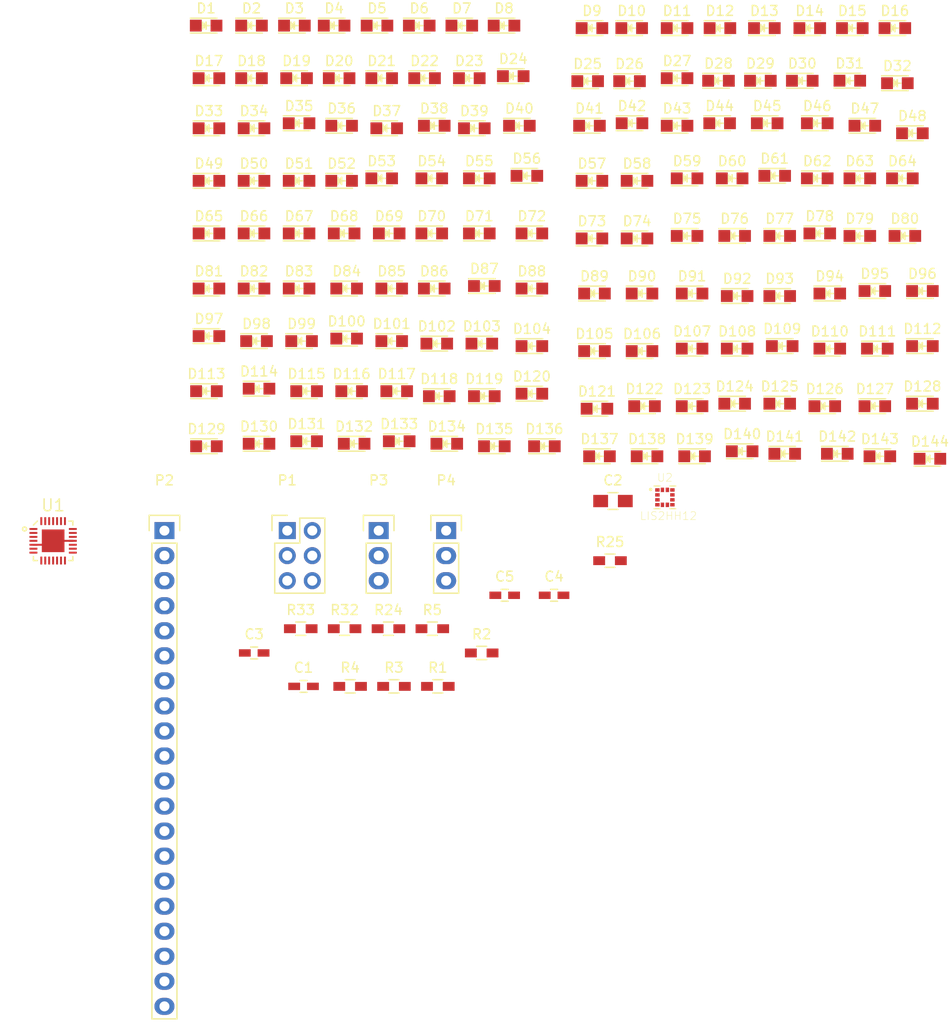
<source format=kicad_pcb>
(kicad_pcb (version 4) (host pcbnew 4.0.5+dfsg1-4)
  (layers (0 F.Cu signal) (31 B.Cu signal) (34 B.Paste user) (35 F.Paste user) (36 B.SilkS user) (37 F.SilkS user) (38 B.Mask user) (39 F.Mask user) (44 Edge.Cuts user))
  (net 0 "")
  (net 1 GND)
  (net 2 "Net-(C1-Pad2)")
  (net 3 +3V3)
  (net 4 "Net-(C5-Pad1)")
  (net 5 /AUD)
  (net 6 /CA2)
  (net 7 /CA1)
  (net 8 /CA3)
  (net 9 /CA4)
  (net 10 /CA5)
  (net 11 /CA6)
  (net 12 /CA7)
  (net 13 /CA8)
  (net 14 /CA9)
  (net 15 /CB2)
  (net 16 /CB1)
  (net 17 /CB3)
  (net 18 /CB4)
  (net 19 /CB5)
  (net 20 /CB6)
  (net 21 /CB7)
  (net 22 /CB8)
  (net 23 /CB9)
  (net 24 /SDA_SAO)
  (net 25 /SCL_SAO)
  (net 26 /GPIO1)
  (net 27 /GPIO2)
  (net 28 /SDA_MTX)
  (net 29 /SCL_MTX)
  (net 30 /INTB)
  (net 31 /SDB)
  (net 32 /SDA_ACC)
  (net 33 /SCL_ACC)
  (net 34 /SA0/SDo)
  (net 35 /CS)
  (net 36 /INT1)
  (net 37 /INT2)
  (net 38 "Net-(R4-Pad2)")
  (net 39 "Net-(R5-Pad2)")
  (net 40 /SAO/SDO)
  (net 41 "Net-(U1-Pad7)")
  (net 42 "Net-(U1-Pad8)")
  (net 43 "Net-(U1-Pad9)")
  (net 44 "Net-(U1-Pad10)")
  (net 45 "Net-(U1-Pad11)")
  (net 46 "Net-(U1-Pad12)")
  (net 47 "Net-(U1-Pad13)")
  (net 48 "Net-(U1-Pad14)")
  (net 49 "Net-(U1-Pad15)")
  (module Capacitors_SMD:C_0603_HandSoldering (layer F.Cu) (at 198.319524 130.275)
    (fp_text reference C1 (at 0 -1.9) (layer F.SilkS))
    (fp_text value 100nF)
    (pad 1 smd rect (at -0.95 0) (size 1.2 0.75) (layers F.Cu F.Paste F.Mask) (net 1 GND))
    (pad 2 smd rect (at 0.95 0) (size 1.2 0.75) (layers F.Cu F.Paste F.Mask) (net 2 "Net-(C1-Pad2)"))
  )
  (module Capacitors_SMD:C_0805_HandSoldering (layer F.Cu) (at 229.715001 111.475)
    (fp_text reference C2 (at 0 -2.1) (layer F.SilkS))
    (fp_text value 1uF)
    (pad 1 smd rect (at -1.25 0) (size 1.5 1.25) (layers F.Cu F.Paste F.Mask) (net 1 GND))
    (pad 2 smd rect (at 1.25 0) (size 1.5 1.25) (layers F.Cu F.Paste F.Mask) (net 3 +3V3))
  )
  (module Capacitors_SMD:C_0603_HandSoldering (layer F.Cu) (at 193.309524 126.885)
    (fp_text reference C3 (at 0 -1.9) (layer F.SilkS))
    (fp_text value 100nF)
    (pad 1 smd rect (at -0.95 0) (size 1.2 0.75) (layers F.Cu F.Paste F.Mask) (net 1 GND))
    (pad 2 smd rect (at 0.95 0) (size 1.2 0.75) (layers F.Cu F.Paste F.Mask) (net 3 +3V3))
  )
  (module Capacitors_SMD:C_0603_HandSoldering (layer F.Cu) (at 223.739524 121.035)
    (fp_text reference C4 (at 0 -1.9) (layer F.SilkS))
    (fp_text value 100nF)
    (pad 1 smd rect (at -0.95 0) (size 1.2 0.75) (layers F.Cu F.Paste F.Mask) (net 3 +3V3))
    (pad 2 smd rect (at 0.95 0) (size 1.2 0.75) (layers F.Cu F.Paste F.Mask) (net 1 GND))
  )
  (module Capacitors_SMD:C_0603_HandSoldering (layer F.Cu) (at 218.729524 121.035)
    (fp_text reference C5 (at 0 -1.9) (layer F.SilkS))
    (fp_text value 220nF)
    (pad 1 smd rect (at -0.95 0) (size 1.2 0.75) (layers F.Cu F.Paste F.Mask) (net 4 "Net-(C5-Pad1)"))
    (pad 2 smd rect (at 0.95 0) (size 1.2 0.75) (layers F.Cu F.Paste F.Mask) (net 5 /AUD))
  )
  (module LEDs:LED_0805 (layer F.Cu) (at 188.43498 63.246)
    (fp_text reference D1 (at 0 -1.75) (layer F.SilkS))
    (fp_text value LED)
    (pad 2 smd rect (at 1.04902 0 180) (size 1.19888 1.19888) (layers F.Cu F.Paste F.Mask) (net 6 /CA2))
    (pad 1 smd rect (at -1.04902 0 180) (size 1.19888 1.19888) (layers F.Cu F.Paste F.Mask) (net 7 /CA1))
  )
  (module LEDs:LED_0805 (layer F.Cu) (at 193.04 63.246)
    (fp_text reference D2 (at 0 -1.75) (layer F.SilkS))
    (fp_text value LED)
    (pad 2 smd rect (at 1.04902 0 180) (size 1.19888 1.19888) (layers F.Cu F.Paste F.Mask) (net 8 /CA3))
    (pad 1 smd rect (at -1.04902 0 180) (size 1.19888 1.19888) (layers F.Cu F.Paste F.Mask) (net 7 /CA1))
  )
  (module LEDs:LED_0805 (layer F.Cu) (at 197.39102 63.246)
    (fp_text reference D3 (at 0 -1.75) (layer F.SilkS))
    (fp_text value LED)
    (pad 2 smd rect (at 1.04902 0 180) (size 1.19888 1.19888) (layers F.Cu F.Paste F.Mask) (net 9 /CA4))
    (pad 1 smd rect (at -1.04902 0 180) (size 1.19888 1.19888) (layers F.Cu F.Paste F.Mask) (net 7 /CA1))
  )
  (module LEDs:LED_0805 (layer F.Cu) (at 201.422 63.246)
    (fp_text reference D4 (at 0 -1.75) (layer F.SilkS))
    (fp_text value LED)
    (pad 2 smd rect (at 1.04902 0 180) (size 1.19888 1.19888) (layers F.Cu F.Paste F.Mask) (net 10 /CA5))
    (pad 1 smd rect (at -1.04902 0 180) (size 1.19888 1.19888) (layers F.Cu F.Paste F.Mask) (net 7 /CA1))
  )
  (module LEDs:LED_0805 (layer F.Cu) (at 205.77302 63.246)
    (fp_text reference D5 (at 0 -1.75) (layer F.SilkS))
    (fp_text value LED)
    (pad 2 smd rect (at 1.04902 0 180) (size 1.19888 1.19888) (layers F.Cu F.Paste F.Mask) (net 11 /CA6))
    (pad 1 smd rect (at -1.04902 0 180) (size 1.19888 1.19888) (layers F.Cu F.Paste F.Mask) (net 7 /CA1))
  )
  (module LEDs:LED_0805 (layer F.Cu) (at 210.058 63.246)
    (fp_text reference D6 (at 0 -1.75) (layer F.SilkS))
    (fp_text value LED)
    (pad 2 smd rect (at 1.04902 0 180) (size 1.19888 1.19888) (layers F.Cu F.Paste F.Mask) (net 12 /CA7))
    (pad 1 smd rect (at -1.04902 0 180) (size 1.19888 1.19888) (layers F.Cu F.Paste F.Mask) (net 7 /CA1))
  )
  (module LEDs:LED_0805 (layer F.Cu) (at 214.376 63.246)
    (fp_text reference D7 (at 0 -1.75) (layer F.SilkS))
    (fp_text value LED)
    (pad 2 smd rect (at 1.04902 0 180) (size 1.19888 1.19888) (layers F.Cu F.Paste F.Mask) (net 13 /CA8))
    (pad 1 smd rect (at -1.04902 0 180) (size 1.19888 1.19888) (layers F.Cu F.Paste F.Mask) (net 7 /CA1))
  )
  (module LEDs:LED_0805 (layer F.Cu) (at 218.66098 63.246)
    (fp_text reference D8 (at 0 -1.75) (layer F.SilkS))
    (fp_text value LED)
    (pad 2 smd rect (at 1.04902 0 180) (size 1.19888 1.19888) (layers F.Cu F.Paste F.Mask) (net 14 /CA9))
    (pad 1 smd rect (at -1.04902 0 180) (size 1.19888 1.19888) (layers F.Cu F.Paste F.Mask) (net 7 /CA1))
  )
  (module LEDs:LED_0805 (layer F.Cu) (at 227.584 63.5)
    (fp_text reference D9 (at 0 -1.75) (layer F.SilkS))
    (fp_text value LED)
    (pad 2 smd rect (at 1.04902 0 180) (size 1.19888 1.19888) (layers F.Cu F.Paste F.Mask) (net 15 /CB2))
    (pad 1 smd rect (at -1.04902 0 180) (size 1.19888 1.19888) (layers F.Cu F.Paste F.Mask) (net 16 /CB1))
  )
  (module LEDs:LED_0805 (layer F.Cu) (at 231.61498 63.5)
    (fp_text reference D10 (at 0 -1.75) (layer F.SilkS))
    (fp_text value LED)
    (pad 2 smd rect (at 1.04902 0 180) (size 1.19888 1.19888) (layers F.Cu F.Paste F.Mask) (net 17 /CB3))
    (pad 1 smd rect (at -1.04902 0 180) (size 1.19888 1.19888) (layers F.Cu F.Paste F.Mask) (net 16 /CB1))
  )
  (module LEDs:LED_0805 (layer F.Cu) (at 236.22 63.5)
    (fp_text reference D11 (at 0 -1.75) (layer F.SilkS))
    (fp_text value LED)
    (pad 2 smd rect (at 1.04902 0 180) (size 1.19888 1.19888) (layers F.Cu F.Paste F.Mask) (net 18 /CB4))
    (pad 1 smd rect (at -1.04902 0 180) (size 1.19888 1.19888) (layers F.Cu F.Paste F.Mask) (net 16 /CB1))
  )
  (module LEDs:LED_0805 (layer F.Cu) (at 240.57102 63.5)
    (fp_text reference D12 (at 0 -1.75) (layer F.SilkS))
    (fp_text value LED)
    (pad 2 smd rect (at 1.04902 0 180) (size 1.19888 1.19888) (layers F.Cu F.Paste F.Mask) (net 19 /CB5))
    (pad 1 smd rect (at -1.04902 0 180) (size 1.19888 1.19888) (layers F.Cu F.Paste F.Mask) (net 16 /CB1))
  )
  (module LEDs:LED_0805 (layer F.Cu) (at 245.07698 63.5)
    (fp_text reference D13 (at 0 -1.75) (layer F.SilkS))
    (fp_text value LED)
    (pad 2 smd rect (at 1.04902 0 180) (size 1.19888 1.19888) (layers F.Cu F.Paste F.Mask) (net 20 /CB6))
    (pad 1 smd rect (at -1.04902 0 180) (size 1.19888 1.19888) (layers F.Cu F.Paste F.Mask) (net 16 /CB1))
  )
  (module LEDs:LED_0805 (layer F.Cu) (at 249.682 63.5)
    (fp_text reference D14 (at 0 -1.75) (layer F.SilkS))
    (fp_text value LED)
    (pad 2 smd rect (at 1.04902 0 180) (size 1.19888 1.19888) (layers F.Cu F.Paste F.Mask) (net 21 /CB7))
    (pad 1 smd rect (at -1.04902 0 180) (size 1.19888 1.19888) (layers F.Cu F.Paste F.Mask) (net 16 /CB1))
  )
  (module LEDs:LED_0805 (layer F.Cu) (at 254 63.5)
    (fp_text reference D15 (at 0 -1.75) (layer F.SilkS))
    (fp_text value LED)
    (pad 2 smd rect (at 1.04902 0 180) (size 1.19888 1.19888) (layers F.Cu F.Paste F.Mask) (net 22 /CB8))
    (pad 1 smd rect (at -1.04902 0 180) (size 1.19888 1.19888) (layers F.Cu F.Paste F.Mask) (net 16 /CB1))
  )
  (module LEDs:LED_0805 (layer F.Cu) (at 258.318 63.5)
    (fp_text reference D16 (at 0 -1.75) (layer F.SilkS))
    (fp_text value LED)
    (pad 2 smd rect (at 1.04902 0 180) (size 1.19888 1.19888) (layers F.Cu F.Paste F.Mask) (net 23 /CB9))
    (pad 1 smd rect (at -1.04902 0 180) (size 1.19888 1.19888) (layers F.Cu F.Paste F.Mask) (net 16 /CB1))
  )
  (module LEDs:LED_0805 (layer F.Cu) (at 188.722 68.58)
    (fp_text reference D17 (at 0 -1.75) (layer F.SilkS))
    (fp_text value LED)
    (pad 2 smd rect (at 1.04902 0 180) (size 1.19888 1.19888) (layers F.Cu F.Paste F.Mask) (net 7 /CA1))
    (pad 1 smd rect (at -1.04902 0 180) (size 1.19888 1.19888) (layers F.Cu F.Paste F.Mask) (net 6 /CA2))
  )
  (module LEDs:LED_0805 (layer F.Cu) (at 193.04 68.58)
    (fp_text reference D18 (at 0 -1.75) (layer F.SilkS))
    (fp_text value LED)
    (pad 2 smd rect (at 1.04902 0 180) (size 1.19888 1.19888) (layers F.Cu F.Paste F.Mask) (net 8 /CA3))
    (pad 1 smd rect (at -1.04902 0 180) (size 1.19888 1.19888) (layers F.Cu F.Paste F.Mask) (net 6 /CA2))
  )
  (module LEDs:LED_0805 (layer F.Cu) (at 197.612 68.58)
    (fp_text reference D19 (at 0 -1.75) (layer F.SilkS))
    (fp_text value LED)
    (pad 2 smd rect (at 1.04902 0 180) (size 1.19888 1.19888) (layers F.Cu F.Paste F.Mask) (net 9 /CA4))
    (pad 1 smd rect (at -1.04902 0 180) (size 1.19888 1.19888) (layers F.Cu F.Paste F.Mask) (net 6 /CA2))
  )
  (module LEDs:LED_0805 (layer F.Cu) (at 201.93 68.58)
    (fp_text reference D20 (at 0 -1.75) (layer F.SilkS))
    (fp_text value LED)
    (pad 2 smd rect (at 1.04902 0 180) (size 1.19888 1.19888) (layers F.Cu F.Paste F.Mask) (net 10 /CA5))
    (pad 1 smd rect (at -1.04902 0 180) (size 1.19888 1.19888) (layers F.Cu F.Paste F.Mask) (net 6 /CA2))
  )
  (module LEDs:LED_0805 (layer F.Cu) (at 206.248 68.58)
    (fp_text reference D21 (at 0 -1.75) (layer F.SilkS))
    (fp_text value LED)
    (pad 2 smd rect (at 1.04902 0 180) (size 1.19888 1.19888) (layers F.Cu F.Paste F.Mask) (net 11 /CA6))
    (pad 1 smd rect (at -1.04902 0 180) (size 1.19888 1.19888) (layers F.Cu F.Paste F.Mask) (net 6 /CA2))
  )
  (module LEDs:LED_0805 (layer F.Cu) (at 210.59902 68.58)
    (fp_text reference D22 (at 0 -1.75) (layer F.SilkS))
    (fp_text value LED)
    (pad 2 smd rect (at 1.04902 0 180) (size 1.19888 1.19888) (layers F.Cu F.Paste F.Mask) (net 12 /CA7))
    (pad 1 smd rect (at -1.04902 0 180) (size 1.19888 1.19888) (layers F.Cu F.Paste F.Mask) (net 6 /CA2))
  )
  (module LEDs:LED_0805 (layer F.Cu) (at 215.138 68.58)
    (fp_text reference D23 (at 0 -1.75) (layer F.SilkS))
    (fp_text value LED)
    (pad 2 smd rect (at 1.04902 0 180) (size 1.19888 1.19888) (layers F.Cu F.Paste F.Mask) (net 13 /CA8))
    (pad 1 smd rect (at -1.04902 0 180) (size 1.19888 1.19888) (layers F.Cu F.Paste F.Mask) (net 6 /CA2))
  )
  (module LEDs:LED_0805 (layer F.Cu) (at 219.595001 68.373)
    (fp_text reference D24 (at 0 -1.75) (layer F.SilkS))
    (fp_text value LED)
    (pad 2 smd rect (at 1.04902 0 180) (size 1.19888 1.19888) (layers F.Cu F.Paste F.Mask) (net 14 /CA9))
    (pad 1 smd rect (at -1.04902 0 180) (size 1.19888 1.19888) (layers F.Cu F.Paste F.Mask) (net 6 /CA2))
  )
  (module LEDs:LED_0805 (layer F.Cu) (at 227.147001 68.881)
    (fp_text reference D25 (at 0 -1.75) (layer F.SilkS))
    (fp_text value LED)
    (pad 2 smd rect (at 1.04902 0 180) (size 1.19888 1.19888) (layers F.Cu F.Paste F.Mask) (net 16 /CB1))
    (pad 1 smd rect (at -1.04902 0 180) (size 1.19888 1.19888) (layers F.Cu F.Paste F.Mask) (net 15 /CB2))
  )
  (module LEDs:LED_0805 (layer F.Cu) (at 231.397001 68.881)
    (fp_text reference D26 (at 0 -1.75) (layer F.SilkS))
    (fp_text value LED)
    (pad 2 smd rect (at 1.04902 0 180) (size 1.19888 1.19888) (layers F.Cu F.Paste F.Mask) (net 17 /CB3))
    (pad 1 smd rect (at -1.04902 0 180) (size 1.19888 1.19888) (layers F.Cu F.Paste F.Mask) (net 15 /CB2))
  )
  (module LEDs:LED_0805 (layer F.Cu) (at 236.22 68.58)
    (fp_text reference D27 (at 0 -1.75) (layer F.SilkS))
    (fp_text value LED)
    (pad 2 smd rect (at 1.04902 0 180) (size 1.19888 1.19888) (layers F.Cu F.Paste F.Mask) (net 18 /CB4))
    (pad 1 smd rect (at -1.04902 0 180) (size 1.19888 1.19888) (layers F.Cu F.Paste F.Mask) (net 15 /CB2))
  )
  (module LEDs:LED_0805 (layer F.Cu) (at 240.423001 68.843)
    (fp_text reference D28 (at 0 -1.75) (layer F.SilkS))
    (fp_text value LED)
    (pad 2 smd rect (at 1.04902 0 180) (size 1.19888 1.19888) (layers F.Cu F.Paste F.Mask) (net 19 /CB5))
    (pad 1 smd rect (at -1.04902 0 180) (size 1.19888 1.19888) (layers F.Cu F.Paste F.Mask) (net 15 /CB2))
  )
  (module LEDs:LED_0805 (layer F.Cu) (at 244.673001 68.843)
    (fp_text reference D29 (at 0 -1.75) (layer F.SilkS))
    (fp_text value LED)
    (pad 2 smd rect (at 1.04902 0 180) (size 1.19888 1.19888) (layers F.Cu F.Paste F.Mask) (net 20 /CB6))
    (pad 1 smd rect (at -1.04902 0 180) (size 1.19888 1.19888) (layers F.Cu F.Paste F.Mask) (net 15 /CB2))
  )
  (module LEDs:LED_0805 (layer F.Cu) (at 248.923001 68.843)
    (fp_text reference D30 (at 0 -1.75) (layer F.SilkS))
    (fp_text value LED)
    (pad 2 smd rect (at 1.04902 0 180) (size 1.19888 1.19888) (layers F.Cu F.Paste F.Mask) (net 21 /CB7))
    (pad 1 smd rect (at -1.04902 0 180) (size 1.19888 1.19888) (layers F.Cu F.Paste F.Mask) (net 15 /CB2))
  )
  (module LEDs:LED_0805 (layer F.Cu) (at 253.746 68.834)
    (fp_text reference D31 (at 0 -1.75) (layer F.SilkS))
    (fp_text value LED)
    (pad 2 smd rect (at 1.04902 0 180) (size 1.19888 1.19888) (layers F.Cu F.Paste F.Mask) (net 22 /CB8))
    (pad 1 smd rect (at -1.04902 0 180) (size 1.19888 1.19888) (layers F.Cu F.Paste F.Mask) (net 15 /CB2))
  )
  (module LEDs:LED_0805 (layer F.Cu) (at 258.572 69.088)
    (fp_text reference D32 (at 0 -1.75) (layer F.SilkS))
    (fp_text value LED)
    (pad 2 smd rect (at 1.04902 0 180) (size 1.19888 1.19888) (layers F.Cu F.Paste F.Mask) (net 23 /CB9))
    (pad 1 smd rect (at -1.04902 0 180) (size 1.19888 1.19888) (layers F.Cu F.Paste F.Mask) (net 15 /CB2))
  )
  (module LEDs:LED_0805 (layer F.Cu) (at 188.722 73.66)
    (fp_text reference D33 (at 0 -1.75) (layer F.SilkS))
    (fp_text value LED)
    (pad 2 smd rect (at 1.04902 0 180) (size 1.19888 1.19888) (layers F.Cu F.Paste F.Mask) (net 7 /CA1))
    (pad 1 smd rect (at -1.04902 0 180) (size 1.19888 1.19888) (layers F.Cu F.Paste F.Mask) (net 8 /CA3))
  )
  (module LEDs:LED_0805 (layer F.Cu) (at 193.294 73.66)
    (fp_text reference D34 (at 0 -1.75) (layer F.SilkS))
    (fp_text value LED)
    (pad 2 smd rect (at 1.04902 0 180) (size 1.19888 1.19888) (layers F.Cu F.Paste F.Mask) (net 6 /CA2))
    (pad 1 smd rect (at -1.04902 0 180) (size 1.19888 1.19888) (layers F.Cu F.Paste F.Mask) (net 8 /CA3))
  )
  (module LEDs:LED_0805 (layer F.Cu) (at 197.866 73.152)
    (fp_text reference D35 (at 0 -1.75) (layer F.SilkS))
    (fp_text value LED)
    (pad 2 smd rect (at 1.04902 0 180) (size 1.19888 1.19888) (layers F.Cu F.Paste F.Mask) (net 9 /CA4))
    (pad 1 smd rect (at -1.04902 0 180) (size 1.19888 1.19888) (layers F.Cu F.Paste F.Mask) (net 8 /CA3))
  )
  (module LEDs:LED_0805 (layer F.Cu) (at 202.184 73.406)
    (fp_text reference D36 (at 0 -1.75) (layer F.SilkS))
    (fp_text value LED)
    (pad 2 smd rect (at 1.04902 0 180) (size 1.19888 1.19888) (layers F.Cu F.Paste F.Mask) (net 10 /CA5))
    (pad 1 smd rect (at -1.04902 0 180) (size 1.19888 1.19888) (layers F.Cu F.Paste F.Mask) (net 8 /CA3))
  )
  (module LEDs:LED_0805 (layer F.Cu) (at 206.756 73.66)
    (fp_text reference D37 (at 0 -1.75) (layer F.SilkS))
    (fp_text value LED)
    (pad 2 smd rect (at 1.04902 0 180) (size 1.19888 1.19888) (layers F.Cu F.Paste F.Mask) (net 11 /CA6))
    (pad 1 smd rect (at -1.04902 0 180) (size 1.19888 1.19888) (layers F.Cu F.Paste F.Mask) (net 8 /CA3))
  )
  (module LEDs:LED_0805 (layer F.Cu) (at 211.582 73.406)
    (fp_text reference D38 (at 0 -1.75) (layer F.SilkS))
    (fp_text value LED)
    (pad 2 smd rect (at 1.04902 0 180) (size 1.19888 1.19888) (layers F.Cu F.Paste F.Mask) (net 12 /CA7))
    (pad 1 smd rect (at -1.04902 0 180) (size 1.19888 1.19888) (layers F.Cu F.Paste F.Mask) (net 8 /CA3))
  )
  (module LEDs:LED_0805 (layer F.Cu) (at 215.646 73.66)
    (fp_text reference D39 (at 0 -1.75) (layer F.SilkS))
    (fp_text value LED)
    (pad 2 smd rect (at 1.04902 0 180) (size 1.19888 1.19888) (layers F.Cu F.Paste F.Mask) (net 13 /CA8))
    (pad 1 smd rect (at -1.04902 0 180) (size 1.19888 1.19888) (layers F.Cu F.Paste F.Mask) (net 8 /CA3))
  )
  (module LEDs:LED_0805 (layer F.Cu) (at 220.218 73.406)
    (fp_text reference D40 (at 0 -1.75) (layer F.SilkS))
    (fp_text value LED)
    (pad 2 smd rect (at 1.04902 0 180) (size 1.19888 1.19888) (layers F.Cu F.Paste F.Mask) (net 14 /CA9))
    (pad 1 smd rect (at -1.04902 0 180) (size 1.19888 1.19888) (layers F.Cu F.Paste F.Mask) (net 8 /CA3))
  )
  (module LEDs:LED_0805 (layer F.Cu) (at 227.33 73.406)
    (fp_text reference D41 (at 0 -1.75) (layer F.SilkS))
    (fp_text value LED)
    (pad 2 smd rect (at 1.04902 0 180) (size 1.19888 1.19888) (layers F.Cu F.Paste F.Mask) (net 16 /CB1))
    (pad 1 smd rect (at -1.04902 0 180) (size 1.19888 1.19888) (layers F.Cu F.Paste F.Mask) (net 17 /CB3))
  )
  (module LEDs:LED_0805 (layer F.Cu) (at 231.648 73.152)
    (fp_text reference D42 (at 0 -1.75) (layer F.SilkS))
    (fp_text value LED)
    (pad 2 smd rect (at 1.04902 0 180) (size 1.19888 1.19888) (layers F.Cu F.Paste F.Mask) (net 15 /CB2))
    (pad 1 smd rect (at -1.04902 0 180) (size 1.19888 1.19888) (layers F.Cu F.Paste F.Mask) (net 17 /CB3))
  )
  (module LEDs:LED_0805 (layer F.Cu) (at 236.22 73.406)
    (fp_text reference D43 (at 0 -1.75) (layer F.SilkS))
    (fp_text value LED)
    (pad 2 smd rect (at 1.04902 0 180) (size 1.19888 1.19888) (layers F.Cu F.Paste F.Mask) (net 18 /CB4))
    (pad 1 smd rect (at -1.04902 0 180) (size 1.19888 1.19888) (layers F.Cu F.Paste F.Mask) (net 17 /CB3))
  )
  (module LEDs:LED_0805 (layer F.Cu) (at 240.538 73.152)
    (fp_text reference D44 (at 0 -1.75) (layer F.SilkS))
    (fp_text value LED)
    (pad 2 smd rect (at 1.04902 0 180) (size 1.19888 1.19888) (layers F.Cu F.Paste F.Mask) (net 19 /CB5))
    (pad 1 smd rect (at -1.04902 0 180) (size 1.19888 1.19888) (layers F.Cu F.Paste F.Mask) (net 17 /CB3))
  )
  (module LEDs:LED_0805 (layer F.Cu) (at 245.364 73.152)
    (fp_text reference D45 (at 0 -1.75) (layer F.SilkS))
    (fp_text value LED)
    (pad 2 smd rect (at 1.04902 0 180) (size 1.19888 1.19888) (layers F.Cu F.Paste F.Mask) (net 20 /CB6))
    (pad 1 smd rect (at -1.04902 0 180) (size 1.19888 1.19888) (layers F.Cu F.Paste F.Mask) (net 17 /CB3))
  )
  (module LEDs:LED_0805 (layer F.Cu) (at 250.444 73.152)
    (fp_text reference D46 (at 0 -1.75) (layer F.SilkS))
    (fp_text value LED)
    (pad 2 smd rect (at 1.04902 0 180) (size 1.19888 1.19888) (layers F.Cu F.Paste F.Mask) (net 21 /CB7))
    (pad 1 smd rect (at -1.04902 0 180) (size 1.19888 1.19888) (layers F.Cu F.Paste F.Mask) (net 17 /CB3))
  )
  (module LEDs:LED_0805 (layer F.Cu) (at 255.27 73.406)
    (fp_text reference D47 (at 0 -1.75) (layer F.SilkS))
    (fp_text value LED)
    (pad 2 smd rect (at 1.04902 0 180) (size 1.19888 1.19888) (layers F.Cu F.Paste F.Mask) (net 22 /CB8))
    (pad 1 smd rect (at -1.04902 0 180) (size 1.19888 1.19888) (layers F.Cu F.Paste F.Mask) (net 17 /CB3))
  )
  (module LEDs:LED_0805 (layer F.Cu) (at 260.096 74.168)
    (fp_text reference D48 (at 0 -1.75) (layer F.SilkS))
    (fp_text value LED)
    (pad 2 smd rect (at 1.04902 0 180) (size 1.19888 1.19888) (layers F.Cu F.Paste F.Mask) (net 23 /CB9))
    (pad 1 smd rect (at -1.04902 0 180) (size 1.19888 1.19888) (layers F.Cu F.Paste F.Mask) (net 17 /CB3))
  )
  (module LEDs:LED_0805 (layer F.Cu) (at 188.722 78.994)
    (fp_text reference D49 (at 0 -1.75) (layer F.SilkS))
    (fp_text value LED)
    (pad 2 smd rect (at 1.04902 0 180) (size 1.19888 1.19888) (layers F.Cu F.Paste F.Mask) (net 7 /CA1))
    (pad 1 smd rect (at -1.04902 0 180) (size 1.19888 1.19888) (layers F.Cu F.Paste F.Mask) (net 9 /CA4))
  )
  (module LEDs:LED_0805 (layer F.Cu) (at 193.294 78.994)
    (fp_text reference D50 (at 0 -1.75) (layer F.SilkS))
    (fp_text value LED)
    (pad 2 smd rect (at 1.04902 0 180) (size 1.19888 1.19888) (layers F.Cu F.Paste F.Mask) (net 6 /CA2))
    (pad 1 smd rect (at -1.04902 0 180) (size 1.19888 1.19888) (layers F.Cu F.Paste F.Mask) (net 9 /CA4))
  )
  (module LEDs:LED_0805 (layer F.Cu) (at 197.866 78.994)
    (fp_text reference D51 (at 0 -1.75) (layer F.SilkS))
    (fp_text value LED)
    (pad 2 smd rect (at 1.04902 0 180) (size 1.19888 1.19888) (layers F.Cu F.Paste F.Mask) (net 8 /CA3))
    (pad 1 smd rect (at -1.04902 0 180) (size 1.19888 1.19888) (layers F.Cu F.Paste F.Mask) (net 9 /CA4))
  )
  (module LEDs:LED_0805 (layer F.Cu) (at 202.184 78.994)
    (fp_text reference D52 (at 0 -1.75) (layer F.SilkS))
    (fp_text value LED)
    (pad 2 smd rect (at 1.04902 0 180) (size 1.19888 1.19888) (layers F.Cu F.Paste F.Mask) (net 10 /CA5))
    (pad 1 smd rect (at -1.04902 0 180) (size 1.19888 1.19888) (layers F.Cu F.Paste F.Mask) (net 9 /CA4))
  )
  (module LEDs:LED_0805 (layer F.Cu) (at 206.248 78.74)
    (fp_text reference D53 (at 0 -1.75) (layer F.SilkS))
    (fp_text value LED)
    (pad 2 smd rect (at 1.04902 0 180) (size 1.19888 1.19888) (layers F.Cu F.Paste F.Mask) (net 11 /CA6))
    (pad 1 smd rect (at -1.04902 0 180) (size 1.19888 1.19888) (layers F.Cu F.Paste F.Mask) (net 9 /CA4))
  )
  (module LEDs:LED_0805 (layer F.Cu) (at 211.328 78.74)
    (fp_text reference D54 (at 0 -1.75) (layer F.SilkS))
    (fp_text value LED)
    (pad 2 smd rect (at 1.04902 0 180) (size 1.19888 1.19888) (layers F.Cu F.Paste F.Mask) (net 12 /CA7))
    (pad 1 smd rect (at -1.04902 0 180) (size 1.19888 1.19888) (layers F.Cu F.Paste F.Mask) (net 9 /CA4))
  )
  (module LEDs:LED_0805 (layer F.Cu) (at 216.154 78.74)
    (fp_text reference D55 (at 0 -1.75) (layer F.SilkS))
    (fp_text value LED)
    (pad 2 smd rect (at 1.04902 0 180) (size 1.19888 1.19888) (layers F.Cu F.Paste F.Mask) (net 13 /CA8))
    (pad 1 smd rect (at -1.04902 0 180) (size 1.19888 1.19888) (layers F.Cu F.Paste F.Mask) (net 9 /CA4))
  )
  (module LEDs:LED_0805 (layer F.Cu) (at 220.98 78.486)
    (fp_text reference D56 (at 0 -1.75) (layer F.SilkS))
    (fp_text value LED)
    (pad 2 smd rect (at 1.04902 0 180) (size 1.19888 1.19888) (layers F.Cu F.Paste F.Mask) (net 14 /CA9))
    (pad 1 smd rect (at -1.04902 0 180) (size 1.19888 1.19888) (layers F.Cu F.Paste F.Mask) (net 9 /CA4))
  )
  (module LEDs:LED_0805 (layer F.Cu) (at 227.584 78.994)
    (fp_text reference D57 (at 0 -1.75) (layer F.SilkS))
    (fp_text value LED)
    (pad 2 smd rect (at 1.04902 0 180) (size 1.19888 1.19888) (layers F.Cu F.Paste F.Mask) (net 16 /CB1))
    (pad 1 smd rect (at -1.04902 0 180) (size 1.19888 1.19888) (layers F.Cu F.Paste F.Mask) (net 18 /CB4))
  )
  (module LEDs:LED_0805 (layer F.Cu) (at 232.156 78.994)
    (fp_text reference D58 (at 0 -1.75) (layer F.SilkS))
    (fp_text value LED)
    (pad 2 smd rect (at 1.04902 0 180) (size 1.19888 1.19888) (layers F.Cu F.Paste F.Mask) (net 15 /CB2))
    (pad 1 smd rect (at -1.04902 0 180) (size 1.19888 1.19888) (layers F.Cu F.Paste F.Mask) (net 18 /CB4))
  )
  (module LEDs:LED_0805 (layer F.Cu) (at 237.236 78.74)
    (fp_text reference D59 (at 0 -1.75) (layer F.SilkS))
    (fp_text value LED)
    (pad 2 smd rect (at 1.04902 0 180) (size 1.19888 1.19888) (layers F.Cu F.Paste F.Mask) (net 17 /CB3))
    (pad 1 smd rect (at -1.04902 0 180) (size 1.19888 1.19888) (layers F.Cu F.Paste F.Mask) (net 18 /CB4))
  )
  (module LEDs:LED_0805 (layer F.Cu) (at 241.808 78.74)
    (fp_text reference D60 (at 0 -1.75) (layer F.SilkS))
    (fp_text value LED)
    (pad 2 smd rect (at 1.04902 0 180) (size 1.19888 1.19888) (layers F.Cu F.Paste F.Mask) (net 19 /CB5))
    (pad 1 smd rect (at -1.04902 0 180) (size 1.19888 1.19888) (layers F.Cu F.Paste F.Mask) (net 18 /CB4))
  )
  (module LEDs:LED_0805 (layer F.Cu) (at 246.126 78.486)
    (fp_text reference D61 (at 0 -1.75) (layer F.SilkS))
    (fp_text value LED)
    (pad 2 smd rect (at 1.04902 0 180) (size 1.19888 1.19888) (layers F.Cu F.Paste F.Mask) (net 20 /CB6))
    (pad 1 smd rect (at -1.04902 0 180) (size 1.19888 1.19888) (layers F.Cu F.Paste F.Mask) (net 18 /CB4))
  )
  (module LEDs:LED_0805 (layer F.Cu) (at 250.444 78.74)
    (fp_text reference D62 (at 0 -1.75) (layer F.SilkS))
    (fp_text value LED)
    (pad 2 smd rect (at 1.04902 0 180) (size 1.19888 1.19888) (layers F.Cu F.Paste F.Mask) (net 21 /CB7))
    (pad 1 smd rect (at -1.04902 0 180) (size 1.19888 1.19888) (layers F.Cu F.Paste F.Mask) (net 18 /CB4))
  )
  (module LEDs:LED_0805 (layer F.Cu) (at 254.762 78.74)
    (fp_text reference D63 (at 0 -1.75) (layer F.SilkS))
    (fp_text value LED)
    (pad 2 smd rect (at 1.04902 0 180) (size 1.19888 1.19888) (layers F.Cu F.Paste F.Mask) (net 22 /CB8))
    (pad 1 smd rect (at -1.04902 0 180) (size 1.19888 1.19888) (layers F.Cu F.Paste F.Mask) (net 18 /CB4))
  )
  (module LEDs:LED_0805 (layer F.Cu) (at 259.08 78.74)
    (fp_text reference D64 (at 0 -1.75) (layer F.SilkS))
    (fp_text value LED)
    (pad 2 smd rect (at 1.04902 0 180) (size 1.19888 1.19888) (layers F.Cu F.Paste F.Mask) (net 23 /CB9))
    (pad 1 smd rect (at -1.04902 0 180) (size 1.19888 1.19888) (layers F.Cu F.Paste F.Mask) (net 18 /CB4))
  )
  (module LEDs:LED_0805 (layer F.Cu) (at 188.722 84.328)
    (fp_text reference D65 (at 0 -1.75) (layer F.SilkS))
    (fp_text value LED)
    (pad 2 smd rect (at 1.04902 0 180) (size 1.19888 1.19888) (layers F.Cu F.Paste F.Mask) (net 7 /CA1))
    (pad 1 smd rect (at -1.04902 0 180) (size 1.19888 1.19888) (layers F.Cu F.Paste F.Mask) (net 10 /CA5))
  )
  (module LEDs:LED_0805 (layer F.Cu) (at 193.294 84.328)
    (fp_text reference D66 (at 0 -1.75) (layer F.SilkS))
    (fp_text value LED)
    (pad 2 smd rect (at 1.04902 0 180) (size 1.19888 1.19888) (layers F.Cu F.Paste F.Mask) (net 6 /CA2))
    (pad 1 smd rect (at -1.04902 0 180) (size 1.19888 1.19888) (layers F.Cu F.Paste F.Mask) (net 10 /CA5))
  )
  (module LEDs:LED_0805 (layer F.Cu) (at 197.866 84.328)
    (fp_text reference D67 (at 0 -1.75) (layer F.SilkS))
    (fp_text value LED)
    (pad 2 smd rect (at 1.04902 0 180) (size 1.19888 1.19888) (layers F.Cu F.Paste F.Mask) (net 8 /CA3))
    (pad 1 smd rect (at -1.04902 0 180) (size 1.19888 1.19888) (layers F.Cu F.Paste F.Mask) (net 10 /CA5))
  )
  (module LEDs:LED_0805 (layer F.Cu) (at 202.438 84.328)
    (fp_text reference D68 (at 0 -1.75) (layer F.SilkS))
    (fp_text value LED)
    (pad 2 smd rect (at 1.04902 0 180) (size 1.19888 1.19888) (layers F.Cu F.Paste F.Mask) (net 9 /CA4))
    (pad 1 smd rect (at -1.04902 0 180) (size 1.19888 1.19888) (layers F.Cu F.Paste F.Mask) (net 10 /CA5))
  )
  (module LEDs:LED_0805 (layer F.Cu) (at 207.01 84.328)
    (fp_text reference D69 (at 0 -1.75) (layer F.SilkS))
    (fp_text value LED)
    (pad 2 smd rect (at 1.04902 0 180) (size 1.19888 1.19888) (layers F.Cu F.Paste F.Mask) (net 11 /CA6))
    (pad 1 smd rect (at -1.04902 0 180) (size 1.19888 1.19888) (layers F.Cu F.Paste F.Mask) (net 10 /CA5))
  )
  (module LEDs:LED_0805 (layer F.Cu) (at 211.328 84.328)
    (fp_text reference D70 (at 0 -1.75) (layer F.SilkS))
    (fp_text value LED)
    (pad 2 smd rect (at 1.04902 0 180) (size 1.19888 1.19888) (layers F.Cu F.Paste F.Mask) (net 12 /CA7))
    (pad 1 smd rect (at -1.04902 0 180) (size 1.19888 1.19888) (layers F.Cu F.Paste F.Mask) (net 10 /CA5))
  )
  (module LEDs:LED_0805 (layer F.Cu) (at 216.154 84.328)
    (fp_text reference D71 (at 0 -1.75) (layer F.SilkS))
    (fp_text value LED)
    (pad 2 smd rect (at 1.04902 0 180) (size 1.19888 1.19888) (layers F.Cu F.Paste F.Mask) (net 13 /CA8))
    (pad 1 smd rect (at -1.04902 0 180) (size 1.19888 1.19888) (layers F.Cu F.Paste F.Mask) (net 10 /CA5))
  )
  (module LEDs:LED_0805 (layer F.Cu) (at 221.488 84.328)
    (fp_text reference D72 (at 0 -1.75) (layer F.SilkS))
    (fp_text value LED)
    (pad 2 smd rect (at 1.04902 0 180) (size 1.19888 1.19888) (layers F.Cu F.Paste F.Mask) (net 14 /CA9))
    (pad 1 smd rect (at -1.04902 0 180) (size 1.19888 1.19888) (layers F.Cu F.Paste F.Mask) (net 10 /CA5))
  )
  (module LEDs:LED_0805 (layer F.Cu) (at 227.584 84.836)
    (fp_text reference D73 (at 0 -1.75) (layer F.SilkS))
    (fp_text value LED)
    (pad 2 smd rect (at 1.04902 0 180) (size 1.19888 1.19888) (layers F.Cu F.Paste F.Mask) (net 16 /CB1))
    (pad 1 smd rect (at -1.04902 0 180) (size 1.19888 1.19888) (layers F.Cu F.Paste F.Mask) (net 19 /CB5))
  )
  (module LEDs:LED_0805 (layer F.Cu) (at 232.156 84.836)
    (fp_text reference D74 (at 0 -1.75) (layer F.SilkS))
    (fp_text value LED)
    (pad 2 smd rect (at 1.04902 0 180) (size 1.19888 1.19888) (layers F.Cu F.Paste F.Mask) (net 15 /CB2))
    (pad 1 smd rect (at -1.04902 0 180) (size 1.19888 1.19888) (layers F.Cu F.Paste F.Mask) (net 19 /CB5))
  )
  (module LEDs:LED_0805 (layer F.Cu) (at 237.236 84.582)
    (fp_text reference D75 (at 0 -1.75) (layer F.SilkS))
    (fp_text value LED)
    (pad 2 smd rect (at 1.04902 0 180) (size 1.19888 1.19888) (layers F.Cu F.Paste F.Mask) (net 17 /CB3))
    (pad 1 smd rect (at -1.04902 0 180) (size 1.19888 1.19888) (layers F.Cu F.Paste F.Mask) (net 19 /CB5))
  )
  (module LEDs:LED_0805 (layer F.Cu) (at 242.062 84.582)
    (fp_text reference D76 (at 0 -1.75) (layer F.SilkS))
    (fp_text value LED)
    (pad 2 smd rect (at 1.04902 0 180) (size 1.19888 1.19888) (layers F.Cu F.Paste F.Mask) (net 18 /CB4))
    (pad 1 smd rect (at -1.04902 0 180) (size 1.19888 1.19888) (layers F.Cu F.Paste F.Mask) (net 19 /CB5))
  )
  (module LEDs:LED_0805 (layer F.Cu) (at 246.634 84.582)
    (fp_text reference D77 (at 0 -1.75) (layer F.SilkS))
    (fp_text value LED)
    (pad 2 smd rect (at 1.04902 0 180) (size 1.19888 1.19888) (layers F.Cu F.Paste F.Mask) (net 20 /CB6))
    (pad 1 smd rect (at -1.04902 0 180) (size 1.19888 1.19888) (layers F.Cu F.Paste F.Mask) (net 19 /CB5))
  )
  (module LEDs:LED_0805 (layer F.Cu) (at 250.698 84.328)
    (fp_text reference D78 (at 0 -1.75) (layer F.SilkS))
    (fp_text value LED)
    (pad 2 smd rect (at 1.04902 0 180) (size 1.19888 1.19888) (layers F.Cu F.Paste F.Mask) (net 21 /CB7))
    (pad 1 smd rect (at -1.04902 0 180) (size 1.19888 1.19888) (layers F.Cu F.Paste F.Mask) (net 19 /CB5))
  )
  (module LEDs:LED_0805 (layer F.Cu) (at 254.762 84.582)
    (fp_text reference D79 (at 0 -1.75) (layer F.SilkS))
    (fp_text value LED)
    (pad 2 smd rect (at 1.04902 0 180) (size 1.19888 1.19888) (layers F.Cu F.Paste F.Mask) (net 22 /CB8))
    (pad 1 smd rect (at -1.04902 0 180) (size 1.19888 1.19888) (layers F.Cu F.Paste F.Mask) (net 19 /CB5))
  )
  (module LEDs:LED_0805 (layer F.Cu) (at 259.334 84.582)
    (fp_text reference D80 (at 0 -1.75) (layer F.SilkS))
    (fp_text value LED)
    (pad 2 smd rect (at 1.04902 0 180) (size 1.19888 1.19888) (layers F.Cu F.Paste F.Mask) (net 23 /CB9))
    (pad 1 smd rect (at -1.04902 0 180) (size 1.19888 1.19888) (layers F.Cu F.Paste F.Mask) (net 19 /CB5))
  )
  (module LEDs:LED_0805 (layer F.Cu) (at 188.722 89.916)
    (fp_text reference D81 (at 0 -1.75) (layer F.SilkS))
    (fp_text value LED)
    (pad 2 smd rect (at 1.04902 0 180) (size 1.19888 1.19888) (layers F.Cu F.Paste F.Mask) (net 7 /CA1))
    (pad 1 smd rect (at -1.04902 0 180) (size 1.19888 1.19888) (layers F.Cu F.Paste F.Mask) (net 11 /CA6))
  )
  (module LEDs:LED_0805 (layer F.Cu) (at 193.294 89.916)
    (fp_text reference D82 (at 0 -1.75) (layer F.SilkS))
    (fp_text value LED)
    (pad 2 smd rect (at 1.04902 0 180) (size 1.19888 1.19888) (layers F.Cu F.Paste F.Mask) (net 6 /CA2))
    (pad 1 smd rect (at -1.04902 0 180) (size 1.19888 1.19888) (layers F.Cu F.Paste F.Mask) (net 11 /CA6))
  )
  (module LEDs:LED_0805 (layer F.Cu) (at 197.866 89.916)
    (fp_text reference D83 (at 0 -1.75) (layer F.SilkS))
    (fp_text value LED)
    (pad 2 smd rect (at 1.04902 0 180) (size 1.19888 1.19888) (layers F.Cu F.Paste F.Mask) (net 8 /CA3))
    (pad 1 smd rect (at -1.04902 0 180) (size 1.19888 1.19888) (layers F.Cu F.Paste F.Mask) (net 11 /CA6))
  )
  (module LEDs:LED_0805 (layer F.Cu) (at 202.692 89.916)
    (fp_text reference D84 (at 0 -1.75) (layer F.SilkS))
    (fp_text value LED)
    (pad 2 smd rect (at 1.04902 0 180) (size 1.19888 1.19888) (layers F.Cu F.Paste F.Mask) (net 9 /CA4))
    (pad 1 smd rect (at -1.04902 0 180) (size 1.19888 1.19888) (layers F.Cu F.Paste F.Mask) (net 11 /CA6))
  )
  (module LEDs:LED_0805 (layer F.Cu) (at 207.264 89.916)
    (fp_text reference D85 (at 0 -1.75) (layer F.SilkS))
    (fp_text value LED)
    (pad 2 smd rect (at 1.04902 0 180) (size 1.19888 1.19888) (layers F.Cu F.Paste F.Mask) (net 10 /CA5))
    (pad 1 smd rect (at -1.04902 0 180) (size 1.19888 1.19888) (layers F.Cu F.Paste F.Mask) (net 11 /CA6))
  )
  (module LEDs:LED_0805 (layer F.Cu) (at 211.582 89.916)
    (fp_text reference D86 (at 0 -1.75) (layer F.SilkS))
    (fp_text value LED)
    (pad 2 smd rect (at 1.04902 0 180) (size 1.19888 1.19888) (layers F.Cu F.Paste F.Mask) (net 12 /CA7))
    (pad 1 smd rect (at -1.04902 0 180) (size 1.19888 1.19888) (layers F.Cu F.Paste F.Mask) (net 11 /CA6))
  )
  (module LEDs:LED_0805 (layer F.Cu) (at 216.662 89.662)
    (fp_text reference D87 (at 0 -1.75) (layer F.SilkS))
    (fp_text value LED)
    (pad 2 smd rect (at 1.04902 0 180) (size 1.19888 1.19888) (layers F.Cu F.Paste F.Mask) (net 13 /CA8))
    (pad 1 smd rect (at -1.04902 0 180) (size 1.19888 1.19888) (layers F.Cu F.Paste F.Mask) (net 11 /CA6))
  )
  (module LEDs:LED_0805 (layer F.Cu) (at 221.488 89.916)
    (fp_text reference D88 (at 0 -1.75) (layer F.SilkS))
    (fp_text value LED)
    (pad 2 smd rect (at 1.04902 0 180) (size 1.19888 1.19888) (layers F.Cu F.Paste F.Mask) (net 14 /CA9))
    (pad 1 smd rect (at -1.04902 0 180) (size 1.19888 1.19888) (layers F.Cu F.Paste F.Mask) (net 11 /CA6))
  )
  (module LEDs:LED_0805 (layer F.Cu) (at 227.838 90.424)
    (fp_text reference D89 (at 0 -1.75) (layer F.SilkS))
    (fp_text value LED)
    (pad 2 smd rect (at 1.04902 0 180) (size 1.19888 1.19888) (layers F.Cu F.Paste F.Mask) (net 16 /CB1))
    (pad 1 smd rect (at -1.04902 0 180) (size 1.19888 1.19888) (layers F.Cu F.Paste F.Mask) (net 20 /CB6))
  )
  (module LEDs:LED_0805 (layer F.Cu) (at 232.664 90.424)
    (fp_text reference D90 (at 0 -1.75) (layer F.SilkS))
    (fp_text value LED)
    (pad 2 smd rect (at 1.04902 0 180) (size 1.19888 1.19888) (layers F.Cu F.Paste F.Mask) (net 15 /CB2))
    (pad 1 smd rect (at -1.04902 0 180) (size 1.19888 1.19888) (layers F.Cu F.Paste F.Mask) (net 20 /CB6))
  )
  (module LEDs:LED_0805 (layer F.Cu) (at 237.744 90.424)
    (fp_text reference D91 (at 0 -1.75) (layer F.SilkS))
    (fp_text value LED)
    (pad 2 smd rect (at 1.04902 0 180) (size 1.19888 1.19888) (layers F.Cu F.Paste F.Mask) (net 17 /CB3))
    (pad 1 smd rect (at -1.04902 0 180) (size 1.19888 1.19888) (layers F.Cu F.Paste F.Mask) (net 20 /CB6))
  )
  (module LEDs:LED_0805 (layer F.Cu) (at 242.316 90.678)
    (fp_text reference D92 (at 0 -1.75) (layer F.SilkS))
    (fp_text value LED)
    (pad 2 smd rect (at 1.04902 0 180) (size 1.19888 1.19888) (layers F.Cu F.Paste F.Mask) (net 18 /CB4))
    (pad 1 smd rect (at -1.04902 0 180) (size 1.19888 1.19888) (layers F.Cu F.Paste F.Mask) (net 20 /CB6))
  )
  (module LEDs:LED_0805 (layer F.Cu) (at 246.634 90.678)
    (fp_text reference D93 (at 0 -1.75) (layer F.SilkS))
    (fp_text value LED)
    (pad 2 smd rect (at 1.04902 0 180) (size 1.19888 1.19888) (layers F.Cu F.Paste F.Mask) (net 19 /CB5))
    (pad 1 smd rect (at -1.04902 0 180) (size 1.19888 1.19888) (layers F.Cu F.Paste F.Mask) (net 20 /CB6))
  )
  (module LEDs:LED_0805 (layer F.Cu) (at 251.714 90.424)
    (fp_text reference D94 (at 0 -1.75) (layer F.SilkS))
    (fp_text value LED)
    (pad 2 smd rect (at 1.04902 0 180) (size 1.19888 1.19888) (layers F.Cu F.Paste F.Mask) (net 21 /CB7))
    (pad 1 smd rect (at -1.04902 0 180) (size 1.19888 1.19888) (layers F.Cu F.Paste F.Mask) (net 20 /CB6))
  )
  (module LEDs:LED_0805 (layer F.Cu) (at 256.286 90.17)
    (fp_text reference D95 (at 0 -1.75) (layer F.SilkS))
    (fp_text value LED)
    (pad 2 smd rect (at 1.04902 0 180) (size 1.19888 1.19888) (layers F.Cu F.Paste F.Mask) (net 22 /CB8))
    (pad 1 smd rect (at -1.04902 0 180) (size 1.19888 1.19888) (layers F.Cu F.Paste F.Mask) (net 20 /CB6))
  )
  (module LEDs:LED_0805 (layer F.Cu) (at 261.112 90.17)
    (fp_text reference D96 (at 0 -1.75) (layer F.SilkS))
    (fp_text value LED)
    (pad 2 smd rect (at 1.04902 0 180) (size 1.19888 1.19888) (layers F.Cu F.Paste F.Mask) (net 23 /CB9))
    (pad 1 smd rect (at -1.04902 0 180) (size 1.19888 1.19888) (layers F.Cu F.Paste F.Mask) (net 20 /CB6))
  )
  (module LEDs:LED_0805 (layer F.Cu) (at 188.722 94.742)
    (fp_text reference D97 (at 0 -1.75) (layer F.SilkS))
    (fp_text value LED)
    (pad 2 smd rect (at 1.04902 0 180) (size 1.19888 1.19888) (layers F.Cu F.Paste F.Mask) (net 7 /CA1))
    (pad 1 smd rect (at -1.04902 0 180) (size 1.19888 1.19888) (layers F.Cu F.Paste F.Mask) (net 12 /CA7))
  )
  (module LEDs:LED_0805 (layer F.Cu) (at 193.548 95.25)
    (fp_text reference D98 (at 0 -1.75) (layer F.SilkS))
    (fp_text value LED)
    (pad 2 smd rect (at 1.04902 0 180) (size 1.19888 1.19888) (layers F.Cu F.Paste F.Mask) (net 6 /CA2))
    (pad 1 smd rect (at -1.04902 0 180) (size 1.19888 1.19888) (layers F.Cu F.Paste F.Mask) (net 12 /CA7))
  )
  (module LEDs:LED_0805 (layer F.Cu) (at 198.12 95.25)
    (fp_text reference D99 (at 0 -1.75) (layer F.SilkS))
    (fp_text value LED)
    (pad 2 smd rect (at 1.04902 0 180) (size 1.19888 1.19888) (layers F.Cu F.Paste F.Mask) (net 8 /CA3))
    (pad 1 smd rect (at -1.04902 0 180) (size 1.19888 1.19888) (layers F.Cu F.Paste F.Mask) (net 12 /CA7))
  )
  (module LEDs:LED_0805 (layer F.Cu) (at 202.692 94.996)
    (fp_text reference D100 (at 0 -1.75) (layer F.SilkS))
    (fp_text value LED)
    (pad 2 smd rect (at 1.04902 0 180) (size 1.19888 1.19888) (layers F.Cu F.Paste F.Mask) (net 9 /CA4))
    (pad 1 smd rect (at -1.04902 0 180) (size 1.19888 1.19888) (layers F.Cu F.Paste F.Mask) (net 12 /CA7))
  )
  (module LEDs:LED_0805 (layer F.Cu) (at 207.264 95.25)
    (fp_text reference D101 (at 0 -1.75) (layer F.SilkS))
    (fp_text value LED)
    (pad 2 smd rect (at 1.04902 0 180) (size 1.19888 1.19888) (layers F.Cu F.Paste F.Mask) (net 10 /CA5))
    (pad 1 smd rect (at -1.04902 0 180) (size 1.19888 1.19888) (layers F.Cu F.Paste F.Mask) (net 12 /CA7))
  )
  (module LEDs:LED_0805 (layer F.Cu) (at 211.836 95.504)
    (fp_text reference D102 (at 0 -1.75) (layer F.SilkS))
    (fp_text value LED)
    (pad 2 smd rect (at 1.04902 0 180) (size 1.19888 1.19888) (layers F.Cu F.Paste F.Mask) (net 11 /CA6))
    (pad 1 smd rect (at -1.04902 0 180) (size 1.19888 1.19888) (layers F.Cu F.Paste F.Mask) (net 12 /CA7))
  )
  (module LEDs:LED_0805 (layer F.Cu) (at 216.408 95.504)
    (fp_text reference D103 (at 0 -1.75) (layer F.SilkS))
    (fp_text value LED)
    (pad 2 smd rect (at 1.04902 0 180) (size 1.19888 1.19888) (layers F.Cu F.Paste F.Mask) (net 13 /CA8))
    (pad 1 smd rect (at -1.04902 0 180) (size 1.19888 1.19888) (layers F.Cu F.Paste F.Mask) (net 12 /CA7))
  )
  (module LEDs:LED_0805 (layer F.Cu) (at 221.488 95.758)
    (fp_text reference D104 (at 0 -1.75) (layer F.SilkS))
    (fp_text value LED)
    (pad 2 smd rect (at 1.04902 0 180) (size 1.19888 1.19888) (layers F.Cu F.Paste F.Mask) (net 14 /CA9))
    (pad 1 smd rect (at -1.04902 0 180) (size 1.19888 1.19888) (layers F.Cu F.Paste F.Mask) (net 12 /CA7))
  )
  (module LEDs:LED_0805 (layer F.Cu) (at 227.838 96.266)
    (fp_text reference D105 (at 0 -1.75) (layer F.SilkS))
    (fp_text value LED)
    (pad 2 smd rect (at 1.04902 0 180) (size 1.19888 1.19888) (layers F.Cu F.Paste F.Mask) (net 16 /CB1))
    (pad 1 smd rect (at -1.04902 0 180) (size 1.19888 1.19888) (layers F.Cu F.Paste F.Mask) (net 21 /CB7))
  )
  (module LEDs:LED_0805 (layer F.Cu) (at 232.664 96.266)
    (fp_text reference D106 (at 0 -1.75) (layer F.SilkS))
    (fp_text value LED)
    (pad 2 smd rect (at 1.04902 0 180) (size 1.19888 1.19888) (layers F.Cu F.Paste F.Mask) (net 15 /CB2))
    (pad 1 smd rect (at -1.04902 0 180) (size 1.19888 1.19888) (layers F.Cu F.Paste F.Mask) (net 21 /CB7))
  )
  (module LEDs:LED_0805 (layer F.Cu) (at 237.744 96.012)
    (fp_text reference D107 (at 0 -1.75) (layer F.SilkS))
    (fp_text value LED)
    (pad 2 smd rect (at 1.04902 0 180) (size 1.19888 1.19888) (layers F.Cu F.Paste F.Mask) (net 17 /CB3))
    (pad 1 smd rect (at -1.04902 0 180) (size 1.19888 1.19888) (layers F.Cu F.Paste F.Mask) (net 21 /CB7))
  )
  (module LEDs:LED_0805 (layer F.Cu) (at 242.316 96.012)
    (fp_text reference D108 (at 0 -1.75) (layer F.SilkS))
    (fp_text value LED)
    (pad 2 smd rect (at 1.04902 0 180) (size 1.19888 1.19888) (layers F.Cu F.Paste F.Mask) (net 18 /CB4))
    (pad 1 smd rect (at -1.04902 0 180) (size 1.19888 1.19888) (layers F.Cu F.Paste F.Mask) (net 21 /CB7))
  )
  (module LEDs:LED_0805 (layer F.Cu) (at 246.888 95.758)
    (fp_text reference D109 (at 0 -1.75) (layer F.SilkS))
    (fp_text value LED)
    (pad 2 smd rect (at 1.04902 0 180) (size 1.19888 1.19888) (layers F.Cu F.Paste F.Mask) (net 19 /CB5))
    (pad 1 smd rect (at -1.04902 0 180) (size 1.19888 1.19888) (layers F.Cu F.Paste F.Mask) (net 21 /CB7))
  )
  (module LEDs:LED_0805 (layer F.Cu) (at 251.714 96.012)
    (fp_text reference D110 (at 0 -1.75) (layer F.SilkS))
    (fp_text value LED)
    (pad 2 smd rect (at 1.04902 0 180) (size 1.19888 1.19888) (layers F.Cu F.Paste F.Mask) (net 20 /CB6))
    (pad 1 smd rect (at -1.04902 0 180) (size 1.19888 1.19888) (layers F.Cu F.Paste F.Mask) (net 21 /CB7))
  )
  (module LEDs:LED_0805 (layer F.Cu) (at 256.54 96.012)
    (fp_text reference D111 (at 0 -1.75) (layer F.SilkS))
    (fp_text value LED)
    (pad 2 smd rect (at 1.04902 0 180) (size 1.19888 1.19888) (layers F.Cu F.Paste F.Mask) (net 22 /CB8))
    (pad 1 smd rect (at -1.04902 0 180) (size 1.19888 1.19888) (layers F.Cu F.Paste F.Mask) (net 21 /CB7))
  )
  (module LEDs:LED_0805 (layer F.Cu) (at 261.112 95.758)
    (fp_text reference D112 (at 0 -1.75) (layer F.SilkS))
    (fp_text value LED)
    (pad 2 smd rect (at 1.04902 0 180) (size 1.19888 1.19888) (layers F.Cu F.Paste F.Mask) (net 23 /CB9))
    (pad 1 smd rect (at -1.04902 0 180) (size 1.19888 1.19888) (layers F.Cu F.Paste F.Mask) (net 21 /CB7))
  )
  (module LEDs:LED_0805 (layer F.Cu) (at 188.468 100.33)
    (fp_text reference D113 (at 0 -1.75) (layer F.SilkS))
    (fp_text value LED)
    (pad 2 smd rect (at 1.04902 0 180) (size 1.19888 1.19888) (layers F.Cu F.Paste F.Mask) (net 7 /CA1))
    (pad 1 smd rect (at -1.04902 0 180) (size 1.19888 1.19888) (layers F.Cu F.Paste F.Mask) (net 13 /CA8))
  )
  (module LEDs:LED_0805 (layer F.Cu) (at 193.802 100.076)
    (fp_text reference D114 (at 0 -1.75) (layer F.SilkS))
    (fp_text value LED)
    (pad 2 smd rect (at 1.04902 0 180) (size 1.19888 1.19888) (layers F.Cu F.Paste F.Mask) (net 6 /CA2))
    (pad 1 smd rect (at -1.04902 0 180) (size 1.19888 1.19888) (layers F.Cu F.Paste F.Mask) (net 13 /CA8))
  )
  (module LEDs:LED_0805 (layer F.Cu) (at 198.628 100.33)
    (fp_text reference D115 (at 0 -1.75) (layer F.SilkS))
    (fp_text value LED)
    (pad 2 smd rect (at 1.04902 0 180) (size 1.19888 1.19888) (layers F.Cu F.Paste F.Mask) (net 8 /CA3))
    (pad 1 smd rect (at -1.04902 0 180) (size 1.19888 1.19888) (layers F.Cu F.Paste F.Mask) (net 13 /CA8))
  )
  (module LEDs:LED_0805 (layer F.Cu) (at 203.2 100.33)
    (fp_text reference D116 (at 0 -1.75) (layer F.SilkS))
    (fp_text value LED)
    (pad 2 smd rect (at 1.04902 0 180) (size 1.19888 1.19888) (layers F.Cu F.Paste F.Mask) (net 9 /CA4))
    (pad 1 smd rect (at -1.04902 0 180) (size 1.19888 1.19888) (layers F.Cu F.Paste F.Mask) (net 13 /CA8))
  )
  (module LEDs:LED_0805 (layer F.Cu) (at 207.772 100.33)
    (fp_text reference D117 (at 0 -1.75) (layer F.SilkS))
    (fp_text value LED)
    (pad 2 smd rect (at 1.04902 0 180) (size 1.19888 1.19888) (layers F.Cu F.Paste F.Mask) (net 10 /CA5))
    (pad 1 smd rect (at -1.04902 0 180) (size 1.19888 1.19888) (layers F.Cu F.Paste F.Mask) (net 13 /CA8))
  )
  (module LEDs:LED_0805 (layer F.Cu) (at 212.09 100.838)
    (fp_text reference D118 (at 0 -1.75) (layer F.SilkS))
    (fp_text value LED)
    (pad 2 smd rect (at 1.04902 0 180) (size 1.19888 1.19888) (layers F.Cu F.Paste F.Mask) (net 11 /CA6))
    (pad 1 smd rect (at -1.04902 0 180) (size 1.19888 1.19888) (layers F.Cu F.Paste F.Mask) (net 13 /CA8))
  )
  (module LEDs:LED_0805 (layer F.Cu) (at 216.662 100.838)
    (fp_text reference D119 (at 0 -1.75) (layer F.SilkS))
    (fp_text value LED)
    (pad 2 smd rect (at 1.04902 0 180) (size 1.19888 1.19888) (layers F.Cu F.Paste F.Mask) (net 12 /CA7))
    (pad 1 smd rect (at -1.04902 0 180) (size 1.19888 1.19888) (layers F.Cu F.Paste F.Mask) (net 13 /CA8))
  )
  (module LEDs:LED_0805 (layer F.Cu) (at 221.488 100.584)
    (fp_text reference D120 (at 0 -1.75) (layer F.SilkS))
    (fp_text value LED)
    (pad 2 smd rect (at 1.04902 0 180) (size 1.19888 1.19888) (layers F.Cu F.Paste F.Mask) (net 14 /CA9))
    (pad 1 smd rect (at -1.04902 0 180) (size 1.19888 1.19888) (layers F.Cu F.Paste F.Mask) (net 13 /CA8))
  )
  (module LEDs:LED_0805 (layer F.Cu) (at 228.092 102.108)
    (fp_text reference D121 (at 0 -1.75) (layer F.SilkS))
    (fp_text value LED)
    (pad 2 smd rect (at 1.04902 0 180) (size 1.19888 1.19888) (layers F.Cu F.Paste F.Mask) (net 16 /CB1))
    (pad 1 smd rect (at -1.04902 0 180) (size 1.19888 1.19888) (layers F.Cu F.Paste F.Mask) (net 22 /CB8))
  )
  (module LEDs:LED_0805 (layer F.Cu) (at 232.918 101.854)
    (fp_text reference D122 (at 0 -1.75) (layer F.SilkS))
    (fp_text value LED)
    (pad 2 smd rect (at 1.04902 0 180) (size 1.19888 1.19888) (layers F.Cu F.Paste F.Mask) (net 15 /CB2))
    (pad 1 smd rect (at -1.04902 0 180) (size 1.19888 1.19888) (layers F.Cu F.Paste F.Mask) (net 22 /CB8))
  )
  (module LEDs:LED_0805 (layer F.Cu) (at 237.744 101.854)
    (fp_text reference D123 (at 0 -1.75) (layer F.SilkS))
    (fp_text value LED)
    (pad 2 smd rect (at 1.04902 0 180) (size 1.19888 1.19888) (layers F.Cu F.Paste F.Mask) (net 17 /CB3))
    (pad 1 smd rect (at -1.04902 0 180) (size 1.19888 1.19888) (layers F.Cu F.Paste F.Mask) (net 22 /CB8))
  )
  (module LEDs:LED_0805 (layer F.Cu) (at 242.062 101.6)
    (fp_text reference D124 (at 0 -1.75) (layer F.SilkS))
    (fp_text value LED)
    (pad 2 smd rect (at 1.04902 0 180) (size 1.19888 1.19888) (layers F.Cu F.Paste F.Mask) (net 18 /CB4))
    (pad 1 smd rect (at -1.04902 0 180) (size 1.19888 1.19888) (layers F.Cu F.Paste F.Mask) (net 22 /CB8))
  )
  (module LEDs:LED_0805 (layer F.Cu) (at 246.634 101.6)
    (fp_text reference D125 (at 0 -1.75) (layer F.SilkS))
    (fp_text value LED)
    (pad 2 smd rect (at 1.04902 0 180) (size 1.19888 1.19888) (layers F.Cu F.Paste F.Mask) (net 19 /CB5))
    (pad 1 smd rect (at -1.04902 0 180) (size 1.19888 1.19888) (layers F.Cu F.Paste F.Mask) (net 22 /CB8))
  )
  (module LEDs:LED_0805 (layer F.Cu) (at 251.206 101.854)
    (fp_text reference D126 (at 0 -1.75) (layer F.SilkS))
    (fp_text value LED)
    (pad 2 smd rect (at 1.04902 0 180) (size 1.19888 1.19888) (layers F.Cu F.Paste F.Mask) (net 20 /CB6))
    (pad 1 smd rect (at -1.04902 0 180) (size 1.19888 1.19888) (layers F.Cu F.Paste F.Mask) (net 22 /CB8))
  )
  (module LEDs:LED_0805 (layer F.Cu) (at 256.286 101.854)
    (fp_text reference D127 (at 0 -1.75) (layer F.SilkS))
    (fp_text value LED)
    (pad 2 smd rect (at 1.04902 0 180) (size 1.19888 1.19888) (layers F.Cu F.Paste F.Mask) (net 21 /CB7))
    (pad 1 smd rect (at -1.04902 0 180) (size 1.19888 1.19888) (layers F.Cu F.Paste F.Mask) (net 22 /CB8))
  )
  (module LEDs:LED_0805 (layer F.Cu) (at 261.112 101.6)
    (fp_text reference D128 (at 0 -1.75) (layer F.SilkS))
    (fp_text value LED)
    (pad 2 smd rect (at 1.04902 0 180) (size 1.19888 1.19888) (layers F.Cu F.Paste F.Mask) (net 23 /CB9))
    (pad 1 smd rect (at -1.04902 0 180) (size 1.19888 1.19888) (layers F.Cu F.Paste F.Mask) (net 22 /CB8))
  )
  (module LEDs:LED_0805 (layer F.Cu) (at 188.468 105.918)
    (fp_text reference D129 (at 0 -1.75) (layer F.SilkS))
    (fp_text value LED)
    (pad 2 smd rect (at 1.04902 0 180) (size 1.19888 1.19888) (layers F.Cu F.Paste F.Mask) (net 7 /CA1))
    (pad 1 smd rect (at -1.04902 0 180) (size 1.19888 1.19888) (layers F.Cu F.Paste F.Mask) (net 14 /CA9))
  )
  (module LEDs:LED_0805 (layer F.Cu) (at 193.802 105.664)
    (fp_text reference D130 (at 0 -1.75) (layer F.SilkS))
    (fp_text value LED)
    (pad 2 smd rect (at 1.04902 0 180) (size 1.19888 1.19888) (layers F.Cu F.Paste F.Mask) (net 6 /CA2))
    (pad 1 smd rect (at -1.04902 0 180) (size 1.19888 1.19888) (layers F.Cu F.Paste F.Mask) (net 14 /CA9))
  )
  (module LEDs:LED_0805 (layer F.Cu) (at 198.628 105.41)
    (fp_text reference D131 (at 0 -1.75) (layer F.SilkS))
    (fp_text value LED)
    (pad 2 smd rect (at 1.04902 0 180) (size 1.19888 1.19888) (layers F.Cu F.Paste F.Mask) (net 8 /CA3))
    (pad 1 smd rect (at -1.04902 0 180) (size 1.19888 1.19888) (layers F.Cu F.Paste F.Mask) (net 14 /CA9))
  )
  (module LEDs:LED_0805 (layer F.Cu) (at 203.454 105.664)
    (fp_text reference D132 (at 0 -1.75) (layer F.SilkS))
    (fp_text value LED)
    (pad 2 smd rect (at 1.04902 0 180) (size 1.19888 1.19888) (layers F.Cu F.Paste F.Mask) (net 9 /CA4))
    (pad 1 smd rect (at -1.04902 0 180) (size 1.19888 1.19888) (layers F.Cu F.Paste F.Mask) (net 14 /CA9))
  )
  (module LEDs:LED_0805 (layer F.Cu) (at 208.026 105.41)
    (fp_text reference D133 (at 0 -1.75) (layer F.SilkS))
    (fp_text value LED)
    (pad 2 smd rect (at 1.04902 0 180) (size 1.19888 1.19888) (layers F.Cu F.Paste F.Mask) (net 10 /CA5))
    (pad 1 smd rect (at -1.04902 0 180) (size 1.19888 1.19888) (layers F.Cu F.Paste F.Mask) (net 14 /CA9))
  )
  (module LEDs:LED_0805 (layer F.Cu) (at 212.852 105.664)
    (fp_text reference D134 (at 0 -1.75) (layer F.SilkS))
    (fp_text value LED)
    (pad 2 smd rect (at 1.04902 0 180) (size 1.19888 1.19888) (layers F.Cu F.Paste F.Mask) (net 11 /CA6))
    (pad 1 smd rect (at -1.04902 0 180) (size 1.19888 1.19888) (layers F.Cu F.Paste F.Mask) (net 14 /CA9))
  )
  (module LEDs:LED_0805 (layer F.Cu) (at 217.678 105.918)
    (fp_text reference D135 (at 0 -1.75) (layer F.SilkS))
    (fp_text value LED)
    (pad 2 smd rect (at 1.04902 0 180) (size 1.19888 1.19888) (layers F.Cu F.Paste F.Mask) (net 12 /CA7))
    (pad 1 smd rect (at -1.04902 0 180) (size 1.19888 1.19888) (layers F.Cu F.Paste F.Mask) (net 14 /CA9))
  )
  (module LEDs:LED_0805 (layer F.Cu) (at 222.758 105.918)
    (fp_text reference D136 (at 0 -1.75) (layer F.SilkS))
    (fp_text value LED)
    (pad 2 smd rect (at 1.04902 0 180) (size 1.19888 1.19888) (layers F.Cu F.Paste F.Mask) (net 13 /CA8))
    (pad 1 smd rect (at -1.04902 0 180) (size 1.19888 1.19888) (layers F.Cu F.Paste F.Mask) (net 14 /CA9))
  )
  (module LEDs:LED_0805 (layer F.Cu) (at 228.346 106.934)
    (fp_text reference D137 (at 0 -1.75) (layer F.SilkS))
    (fp_text value LED)
    (pad 2 smd rect (at 1.04902 0 180) (size 1.19888 1.19888) (layers F.Cu F.Paste F.Mask) (net 16 /CB1))
    (pad 1 smd rect (at -1.04902 0 180) (size 1.19888 1.19888) (layers F.Cu F.Paste F.Mask) (net 23 /CB9))
  )
  (module LEDs:LED_0805 (layer F.Cu) (at 233.172 106.934)
    (fp_text reference D138 (at 0 -1.75) (layer F.SilkS))
    (fp_text value LED)
    (pad 2 smd rect (at 1.04902 0 180) (size 1.19888 1.19888) (layers F.Cu F.Paste F.Mask) (net 15 /CB2))
    (pad 1 smd rect (at -1.04902 0 180) (size 1.19888 1.19888) (layers F.Cu F.Paste F.Mask) (net 23 /CB9))
  )
  (module LEDs:LED_0805 (layer F.Cu) (at 237.998 106.934)
    (fp_text reference D139 (at 0 -1.75) (layer F.SilkS))
    (fp_text value LED)
    (pad 2 smd rect (at 1.04902 0 180) (size 1.19888 1.19888) (layers F.Cu F.Paste F.Mask) (net 17 /CB3))
    (pad 1 smd rect (at -1.04902 0 180) (size 1.19888 1.19888) (layers F.Cu F.Paste F.Mask) (net 23 /CB9))
  )
  (module LEDs:LED_0805 (layer F.Cu) (at 242.824 106.426)
    (fp_text reference D140 (at 0 -1.75) (layer F.SilkS))
    (fp_text value LED)
    (pad 2 smd rect (at 1.04902 0 180) (size 1.19888 1.19888) (layers F.Cu F.Paste F.Mask) (net 18 /CB4))
    (pad 1 smd rect (at -1.04902 0 180) (size 1.19888 1.19888) (layers F.Cu F.Paste F.Mask) (net 23 /CB9))
  )
  (module LEDs:LED_0805 (layer F.Cu) (at 247.142 106.68)
    (fp_text reference D141 (at 0 -1.75) (layer F.SilkS))
    (fp_text value LED)
    (pad 2 smd rect (at 1.04902 0 180) (size 1.19888 1.19888) (layers F.Cu F.Paste F.Mask) (net 19 /CB5))
    (pad 1 smd rect (at -1.04902 0 180) (size 1.19888 1.19888) (layers F.Cu F.Paste F.Mask) (net 23 /CB9))
  )
  (module LEDs:LED_0805 (layer F.Cu) (at 252.476 106.68)
    (fp_text reference D142 (at 0 -1.75) (layer F.SilkS))
    (fp_text value LED)
    (pad 2 smd rect (at 1.04902 0 180) (size 1.19888 1.19888) (layers F.Cu F.Paste F.Mask) (net 20 /CB6))
    (pad 1 smd rect (at -1.04902 0 180) (size 1.19888 1.19888) (layers F.Cu F.Paste F.Mask) (net 23 /CB9))
  )
  (module LEDs:LED_0805 (layer F.Cu) (at 256.794 106.934)
    (fp_text reference D143 (at 0 -1.75) (layer F.SilkS))
    (fp_text value LED)
    (pad 2 smd rect (at 1.04902 0 180) (size 1.19888 1.19888) (layers F.Cu F.Paste F.Mask) (net 21 /CB7))
    (pad 1 smd rect (at -1.04902 0 180) (size 1.19888 1.19888) (layers F.Cu F.Paste F.Mask) (net 23 /CB9))
  )
  (module LEDs:LED_0805 (layer F.Cu) (at 261.874 107.188)
    (fp_text reference D144 (at 0 -1.75) (layer F.SilkS))
    (fp_text value LED)
    (pad 2 smd rect (at 1.04902 0 180) (size 1.19888 1.19888) (layers F.Cu F.Paste F.Mask) (net 22 /CB8))
    (pad 1 smd rect (at -1.04902 0 180) (size 1.19888 1.19888) (layers F.Cu F.Paste F.Mask) (net 23 /CB9))
  )
  (module Pin_Headers:Pin_Header_Straight_2x03 (layer F.Cu) (at 196.666667 114.475)
    (fp_text reference P1 (at 0 -5.1) (layer F.SilkS))
    (fp_text value SHITTY_ADD_ON)
    (pad 1 thru_hole rect (at 0 0) (size 1.7272 1.7272) (drill 1.016) (layers *.Cu *.Mask) (net 3 +3V3))
    (pad 2 thru_hole oval (at 2.54 0) (size 1.7272 1.7272) (drill 1.016) (layers *.Cu *.Mask) (net 1 GND))
    (pad 3 thru_hole oval (at 0 2.54) (size 1.7272 1.7272) (drill 1.016) (layers *.Cu *.Mask) (net 24 /SDA_SAO))
    (pad 4 thru_hole oval (at 2.54 2.54) (size 1.7272 1.7272) (drill 1.016) (layers *.Cu *.Mask) (net 25 /SCL_SAO))
    (pad 5 thru_hole oval (at 0 5.08) (size 1.7272 1.7272) (drill 1.016) (layers *.Cu *.Mask) (net 26 /GPIO1))
    (pad 6 thru_hole oval (at 2.54 5.08) (size 1.7272 1.7272) (drill 1.016) (layers *.Cu *.Mask) (net 27 /GPIO2))
  )
  (module Pin_Headers:Pin_Header_Straight_1x03 (layer F.Cu) (at 205.944286 114.475)
    (fp_text reference P3 (at 0 -5.1) (layer F.SilkS))
    (fp_text value SCL_JMP)
    (pad 1 thru_hole rect (at 0 0) (size 2.032 1.7272) (drill 1.016) (layers *.Cu *.Mask) (net 25 /SCL_SAO))
    (pad 2 thru_hole oval (at 0 2.54) (size 2.032 1.7272) (drill 1.016) (layers *.Cu *.Mask) (net 33 /SCL_ACC))
    (pad 3 thru_hole oval (at 0 5.08) (size 2.032 1.7272) (drill 1.016) (layers *.Cu *.Mask) (net 29 /SCL_MTX))
  )
  (module Pin_Headers:Pin_Header_Straight_1x03 (layer F.Cu) (at 212.788095 114.475)
    (fp_text reference P4 (at 0 -5.1) (layer F.SilkS))
    (fp_text value SDA_JMP)
    (pad 1 thru_hole rect (at 0 0) (size 2.032 1.7272) (drill 1.016) (layers *.Cu *.Mask) (net 24 /SDA_SAO))
    (pad 2 thru_hole oval (at 0 2.54) (size 2.032 1.7272) (drill 1.016) (layers *.Cu *.Mask) (net 32 /SDA_ACC))
    (pad 3 thru_hole oval (at 0 5.08) (size 2.032 1.7272) (drill 1.016) (layers *.Cu *.Mask) (net 28 /SDA_MTX))
  )
  (module Resistors_SMD:R_0603_HandSoldering (layer F.Cu) (at 211.945001 130.275)
    (fp_text reference R1 (at 0 -1.9) (layer F.SilkS))
    (fp_text value 4.7k)
    (pad 1 smd rect (at -1.1 0) (size 1.2 0.9) (layers F.Cu F.Paste F.Mask) (net 30 /INTB))
    (pad 2 smd rect (at 1.1 0) (size 1.2 0.9) (layers F.Cu F.Paste F.Mask) (net 3 +3V3))
  )
  (module Resistors_SMD:R_0603_HandSoldering (layer F.Cu) (at 216.395001 126.885)
    (fp_text reference R2 (at 0 -1.9) (layer F.SilkS))
    (fp_text value 4.7k)
    (pad 1 smd rect (at -1.1 0) (size 1.2 0.9) (layers F.Cu F.Paste F.Mask) (net 29 /SCL_MTX))
    (pad 2 smd rect (at 1.1 0) (size 1.2 0.9) (layers F.Cu F.Paste F.Mask) (net 3 +3V3))
  )
  (module Resistors_SMD:R_0603_HandSoldering (layer F.Cu) (at 207.495001 130.275)
    (fp_text reference R3 (at 0 -1.9) (layer F.SilkS))
    (fp_text value 4.7k)
    (pad 1 smd rect (at -1.1 0) (size 1.2 0.9) (layers F.Cu F.Paste F.Mask) (net 28 /SDA_MTX))
    (pad 2 smd rect (at 1.1 0) (size 1.2 0.9) (layers F.Cu F.Paste F.Mask) (net 3 +3V3))
  )
  (module Resistors_SMD:R_0603_HandSoldering (layer F.Cu) (at 203.045001 130.275)
    (fp_text reference R4 (at 0 -1.9) (layer F.SilkS))
    (fp_text value 100k)
    (pad 1 smd rect (at -1.1 0) (size 1.2 0.9) (layers F.Cu F.Paste F.Mask) (net 1 GND))
    (pad 2 smd rect (at 1.1 0) (size 1.2 0.9) (layers F.Cu F.Paste F.Mask) (net 38 "Net-(R4-Pad2)"))
  )
  (module Resistors_SMD:R_0603_HandSoldering (layer F.Cu) (at 211.385001 124.425)
    (fp_text reference R5 (at 0 -1.9) (layer F.SilkS))
    (fp_text value 100k)
    (pad 1 smd rect (at -1.1 0) (size 1.2 0.9) (layers F.Cu F.Paste F.Mask) (net 1 GND))
    (pad 2 smd rect (at 1.1 0) (size 1.2 0.9) (layers F.Cu F.Paste F.Mask) (net 39 "Net-(R5-Pad2)"))
  )
  (module Resistors_SMD:R_0603_HandSoldering (layer F.Cu) (at 206.935001 124.425)
    (fp_text reference R24 (at 0 -1.9) (layer F.SilkS))
    (fp_text value 1k)
    (pad 1 smd rect (at -1.1 0) (size 1.2 0.9) (layers F.Cu F.Paste F.Mask) (net 3 +3V3))
    (pad 2 smd rect (at 1.1 0) (size 1.2 0.9) (layers F.Cu F.Paste F.Mask) (net 24 /SDA_SAO))
  )
  (module Resistors_SMD:R_0603_HandSoldering (layer F.Cu) (at 229.415001 117.525)
    (fp_text reference R25 (at 0 -1.9) (layer F.SilkS))
    (fp_text value 1k)
    (pad 1 smd rect (at -1.1 0) (size 1.2 0.9) (layers F.Cu F.Paste F.Mask) (net 3 +3V3))
    (pad 2 smd rect (at 1.1 0) (size 1.2 0.9) (layers F.Cu F.Paste F.Mask) (net 25 /SCL_SAO))
  )
  (module Resistors_SMD:R_0603_HandSoldering (layer F.Cu) (at 202.485001 124.425)
    (fp_text reference R32 (at 0 -1.9) (layer F.SilkS))
    (fp_text value 1k)
    (pad 1 smd rect (at -1.1 0) (size 1.2 0.9) (layers F.Cu F.Paste F.Mask) (net 3 +3V3))
    (pad 2 smd rect (at 1.1 0) (size 1.2 0.9) (layers F.Cu F.Paste F.Mask) (net 40 /SAO/SDO))
  )
  (module Resistors_SMD:R_0603_HandSoldering (layer F.Cu) (at 198.035001 124.425)
    (fp_text reference R33 (at 0 -1.9) (layer F.SilkS))
    (fp_text value 1k)
    (pad 1 smd rect (at -1.1 0) (size 1.2 0.9) (layers F.Cu F.Paste F.Mask) (net 3 +3V3))
    (pad 2 smd rect (at 1.1 0) (size 1.2 0.9) (layers F.Cu F.Paste F.Mask) (net 35 /CS))
  )
  (module Pin_Headers:Pin_Header_Straight_1x20 (layer F.Cu) (at 184.204762 114.475)
    (fp_text reference P2 (at 0 -5.1) (layer F.SilkS))
    (fp_text value MCU_CONNECTOR)
    (pad 1 thru_hole rect (at 0 0) (size 2.032 1.7272) (drill 1.016) (layers *.Cu *.Mask) (net 3 +3V3))
    (pad 2 thru_hole oval (at 0 2.54) (size 2.032 1.7272) (drill 1.016) (layers *.Cu *.Mask) (net 1 GND))
    (pad 3 thru_hole oval (at 0 5.08) (size 2.032 1.7272) (drill 1.016) (layers *.Cu *.Mask) (net 1 GND))
    (pad 4 thru_hole oval (at 0 7.62) (size 2.032 1.7272) (drill 1.016) (layers *.Cu *.Mask) (net 1 GND))
    (pad 5 thru_hole oval (at 0 10.16) (size 2.032 1.7272) (drill 1.016) (layers *.Cu *.Mask) (net 1 GND))
    (pad 6 thru_hole oval (at 0 12.7) (size 2.032 1.7272) (drill 1.016) (layers *.Cu *.Mask) (net 28 /SDA_MTX))
    (pad 7 thru_hole oval (at 0 15.24) (size 2.032 1.7272) (drill 1.016) (layers *.Cu *.Mask) (net 29 /SCL_MTX))
    (pad 8 thru_hole oval (at 0 17.78) (size 2.032 1.7272) (drill 1.016) (layers *.Cu *.Mask) (net 30 /INTB))
    (pad 9 thru_hole oval (at 0 20.32) (size 2.032 1.7272) (drill 1.016) (layers *.Cu *.Mask) (net 31 /SDB))
    (pad 10 thru_hole oval (at 0 22.86) (size 2.032 1.7272) (drill 1.016) (layers *.Cu *.Mask) (net 5 /AUD))
    (pad 11 thru_hole oval (at 0 25.4) (size 2.032 1.7272) (drill 1.016) (layers *.Cu *.Mask) (net 32 /SDA_ACC))
    (pad 12 thru_hole oval (at 0 27.94) (size 2.032 1.7272) (drill 1.016) (layers *.Cu *.Mask) (net 33 /SCL_ACC))
    (pad 13 thru_hole oval (at 0 30.48) (size 2.032 1.7272) (drill 1.016) (layers *.Cu *.Mask) (net 34 /SA0/SDo))
    (pad 14 thru_hole oval (at 0 33.02) (size 2.032 1.7272) (drill 1.016) (layers *.Cu *.Mask) (net 35 /CS))
    (pad 15 thru_hole oval (at 0 35.56) (size 2.032 1.7272) (drill 1.016) (layers *.Cu *.Mask) (net 36 /INT1))
    (pad 16 thru_hole oval (at 0 38.1) (size 2.032 1.7272) (drill 1.016) (layers *.Cu *.Mask) (net 37 /INT2))
    (pad 17 thru_hole oval (at 0 40.64) (size 2.032 1.7272) (drill 1.016) (layers *.Cu *.Mask) (net 24 /SDA_SAO))
    (pad 18 thru_hole oval (at 0 43.18) (size 2.032 1.7272) (drill 1.016) (layers *.Cu *.Mask) (net 25 /SCL_SAO))
    (pad 19 thru_hole oval (at 0 45.72) (size 2.032 1.7272) (drill 1.016) (layers *.Cu *.Mask) (net 26 /GPIO1))
    (pad 20 thru_hole oval (at 0 48.26) (size 2.032 1.7272) (drill 1.016) (layers *.Cu *.Mask) (net 27 /GPIO2))
  )
  (module frkbmb:LIS2HH12-NEW (layer F.Cu) (at 234.984328 111.099684)
    (fp_text reference U2 (at 0 -2) (layer F.SilkS) (effects (font (size 0.805906 0.805906) (thickness 0.05))))
    (fp_text value LIS2HH12 (at 0.361275 1.88585) (layer F.SilkS) (effects (font (size 0.808181 0.808181) (thickness 0.05))))
    (pad 2 smd rect (at -0.76 -0.25) (size 0.45 0.35) (layers F.Cu F.Paste F.Mask) (net 35 /CS))
    (pad 3 smd rect (at -0.76 0.25) (size 0.45 0.35) (layers F.Cu F.Paste F.Mask) (net 40 /SAO/SDO))
    (pad 1 smd rect (at -0.76 -0.75) (size 0.45 0.35) (layers F.Cu F.Paste F.Mask) (net 33 /SCL_ACC))
    (pad 4 smd rect (at -0.76 0.75) (size 0.45 0.35) (layers F.Cu F.Paste F.Mask) (net 32 /SDA_ACC))
    (pad 10 smd rect (at 0.76 -0.75) (size 0.45 0.35) (layers F.Cu F.Paste F.Mask) (net 3 +3V3))
    (pad 9 smd rect (at 0.76 -0.25) (size 0.45 0.35) (layers F.Cu F.Paste F.Mask) (net 3 +3V3))
    (pad 8 smd rect (at 0.76 0.25) (size 0.45 0.35) (layers F.Cu F.Paste F.Mask) (net 1 GND))
    (pad 7 smd rect (at 0.76 0.75) (size 0.45 0.35) (layers F.Cu F.Paste F.Mask) (net 1 GND))
    (pad 12 smd rect (at -0.25 -0.76 90) (size 0.45 0.35) (layers F.Cu F.Paste F.Mask) (net 36 /INT1))
    (pad 11 smd rect (at 0.25 -0.76 90) (size 0.45 0.35) (layers F.Cu F.Paste F.Mask) (net 37 /INT2))
    (pad 6 smd rect (at 0.25 0.76 90) (size 0.45 0.35) (layers F.Cu F.Paste F.Mask) (net 1 GND))
    (pad 5 smd rect (at -0.25 0.76 90) (size 0.45 0.35) (layers F.Cu F.Paste F.Mask) (net 1 GND))
  )
  (module frkbmb:IS31FL3731C (layer F.Cu) (at 172.91 115.51)
    (fp_text reference U1 (at 0 -3.6) (layer F.SilkS) (effects (font (size 1.2 1.2))))
    (fp_text value IS31FL3731)
    (pad 1 smd rect (at -2 -1.2 90) (size 0.2 0.8) (layers F.Cu F.Paste F.Mask) (net 14 /CA9) (clearance 0.005))
    (pad 2 smd rect (at -2 -0.8 90) (size 0.2 0.8) (layers F.Cu F.Paste F.Mask) (net 3 +3V3) (clearance 0.005))
    (pad 3 smd rect (at -2 -0.4 90) (size 0.2 0.8) (layers F.Cu F.Paste F.Mask) (net 31 /SDB) (clearance 0.005))
    (pad 4 smd rect (at -2 0 90) (size 0.2 0.8) (layers F.Cu F.Paste F.Mask) (net 30 /INTB) (clearance 0.005))
    (pad 5 smd rect (at -2 0.4 90) (size 0.2 0.8) (layers F.Cu F.Paste F.Mask) (net 1 GND) (clearance 0.005))
    (pad 6 smd rect (at -2 0.8 90) (size 0.2 0.8) (layers F.Cu F.Paste F.Mask) (net 39 "Net-(R5-Pad2)") (clearance 0.005))
    (pad 7 smd rect (at -2 1.2 90) (size 0.2 0.8) (layers F.Cu F.Paste F.Mask) (net 41 "Net-(U1-Pad7)") (clearance 0.005))
    (pad 8 smd rect (at -1.2 2) (size 0.2 0.8) (layers F.Cu F.Paste F.Mask) (net 42 "Net-(U1-Pad8)") (clearance 0.005))
    (pad 9 smd rect (at -0.8 2) (size 0.2 0.8) (layers F.Cu F.Paste F.Mask) (net 43 "Net-(U1-Pad9)") (clearance 0.005))
    (pad 10 smd rect (at -0.4 2) (size 0.2 0.8) (layers F.Cu F.Paste F.Mask) (net 44 "Net-(U1-Pad10)") (clearance 0.005))
    (pad 11 smd rect (at 0 2) (size 0.2 0.8) (layers F.Cu F.Paste F.Mask) (net 45 "Net-(U1-Pad11)") (clearance 0.005))
    (pad 12 smd rect (at 0.4 2) (size 0.2 0.8) (layers F.Cu F.Paste F.Mask) (net 46 "Net-(U1-Pad12)") (clearance 0.005))
    (pad 13 smd rect (at 0.8 2) (size 0.2 0.8) (layers F.Cu F.Paste F.Mask) (net 47 "Net-(U1-Pad13)") (clearance 0.005))
    (pad 14 smd rect (at 1.2 2) (size 0.2 0.8) (layers F.Cu F.Paste F.Mask) (net 48 "Net-(U1-Pad14)") (clearance 0.005))
    (pad 15 smd rect (at 2 1.2 90) (size 0.2 0.8) (layers F.Cu F.Paste F.Mask) (net 49 "Net-(U1-Pad15)") (clearance 0.005))
    (pad 16 smd rect (at 2 0.8 90) (size 0.2 0.8) (layers F.Cu F.Paste F.Mask) (net 2 "Net-(C1-Pad2)") (clearance 0.005))
    (pad 17 smd rect (at 2 0.4 90) (size 0.2 0.8) (layers F.Cu F.Paste F.Mask) (net 4 "Net-(C5-Pad1)") (clearance 0.005))
    (pad 18 smd rect (at 2 0 90) (size 0.2 0.8) (layers F.Cu F.Paste F.Mask) (net 1 GND) (clearance 0.005))
    (pad 19 smd rect (at 2 -0.4 90) (size 0.2 0.8) (layers F.Cu F.Paste F.Mask) (net 28 /SDA_MTX) (clearance 0.005))
    (pad 20 smd rect (at 2 -0.8 90) (size 0.2 0.8) (layers F.Cu F.Paste F.Mask) (net 29 /SCL_MTX) (clearance 0.005))
    (pad 21 smd rect (at 2 -1.2 90) (size 0.2 0.8) (layers F.Cu F.Paste F.Mask) (net 7 /CA1) (clearance 0.005))
    (pad 22 smd rect (at 1.2 -2) (size 0.2 0.8) (layers F.Cu F.Paste F.Mask) (net 6 /CA2) (clearance 0.005))
    (pad 23 smd rect (at 0.8 -2) (size 0.2 0.8) (layers F.Cu F.Paste F.Mask) (net 8 /CA3) (clearance 0.005))
    (pad 24 smd rect (at 0.4 -2) (size 0.2 0.8) (layers F.Cu F.Paste F.Mask) (net 9 /CA4) (clearance 0.005))
    (pad 25 smd rect (at 0 -2) (size 0.2 0.8) (layers F.Cu F.Paste F.Mask) (net 10 /CA5) (clearance 0.005))
    (pad 26 smd rect (at -0.4 -2) (size 0.2 0.8) (layers F.Cu F.Paste F.Mask) (net 11 /CA6) (clearance 0.005))
    (pad 27 smd rect (at -0.8 -2) (size 0.2 0.8) (layers F.Cu F.Paste F.Mask) (net 12 /CA7) (clearance 0.005))
    (pad 28 smd rect (at -1.2 -2) (size 0.2 0.8) (layers F.Cu F.Paste F.Mask) (net 13 /CA8) (clearance 0.005))
    (pad 29 smd rect (at 0 0) (size 2.3 2.3) (layers F.Cu F.Paste F.Mask) (net 1 GND) (clearance 0.005))
  )
  (segment (start 174.91 115.51) (end 172.91 115.51) (width 0.19812) (layer F.Cu) (net 1))
  (segment (start 170.91 115.91) (end 172.51 115.91) (width 0.19812) (layer F.Cu) (net 1))
  (segment (start 172.51 115.91) (end 172.91 115.51) (width 0.19812) (layer F.Cu) (net 1))
)
</source>
